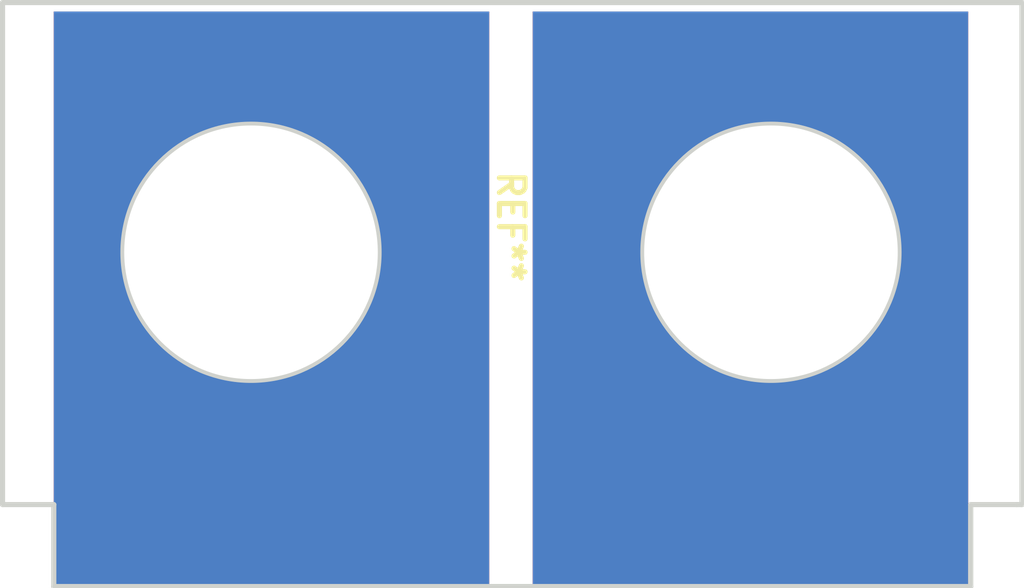
<source format=kicad_pcb>
(kicad_pcb (version 20221018) (generator pcbnew)
  (layers (0 "F.Cu" signal) (31 "B.Cu" signal) (34 "B.Paste" user) (35 "F.Paste" user) (36 "B.SilkS" user "B.Silkscreen") (37 "F.SilkS" user "F.Silkscreen") (38 "B.Mask" user) (39 "F.Mask" user) (44 "Edge.Cuts" user))
  (net 0 "")
  (footprint "PhilsFootprintLibrary:BN-43-3312-End-Plate" (layer "F.Cu") (at 79.94 64.88)
    (fp_text reference "REF**" (at 0 -0.5 -90 unlocked) (layer "F.SilkS") (effects (font (size 0.5 0.5) (thickness 0.1))))
    (fp_text value "BN-43-3312-End-Plate")
    (fp_line (start -9.925 -4.875) (end -9.925 4.925) (stroke (width 0.1)) (layer "Edge.Cuts"))
    (fp_line (start -9.925 4.925) (end -8.925 4.925) (stroke (width 0.1)) (layer "Edge.Cuts"))
    (fp_line (start -8.925 4.925) (end -8.925 6.525) (stroke (width 0.1)) (layer "Edge.Cuts"))
    (fp_line (start -8.925 6.525) (end 8.975 6.525) (stroke (width 0.1)) (layer "Edge.Cuts"))
    (fp_line (start 8.975 4.925) (end 9.875 4.925) (stroke (width 0.1)) (layer "Edge.Cuts"))
    (fp_line (start 8.975 6.525) (end 8.975 4.925) (stroke (width 0.1)) (layer "Edge.Cuts"))
    (fp_line (start 9.875 4.925) (end 9.975 4.925) (stroke (width 0.1)) (layer "Edge.Cuts"))
    (fp_line (start 9.975 -4.875) (end -9.925 -4.875) (stroke (width 0.1)) (layer "Edge.Cuts"))
    (fp_line (start 9.975 4.925) (end 9.975 -4.875) (stroke (width 0.1)) (layer "Edge.Cuts"))
    (fp_circle (center -5.075 0) (end -2.6 0) (stroke (width 0.15)) (fill none) (layer "Edge.Cuts"))
    (fp_circle (center 5.075 0) (end 7.55 0) (stroke (width 0.15)) (fill none) (layer "Edge.Cuts"))
    (pad "1" thru_hole custom (at -5.075 0) (size 8.5 11.2) (drill 4.95 (offset 0.4 0.9)) (layers "*.Cu" "F.Mask") (options (clearance outline) (anchor rect)) (primitives))
    (pad "2" thru_hole custom (at 5.075 0) (size 8.5 11.2) (drill 4.95 (offset -0.4 0.9)) (layers "*.Cu" "F.Mask") (options (clearance outline) (anchor rect)) (primitives))
  )
)
</source>
